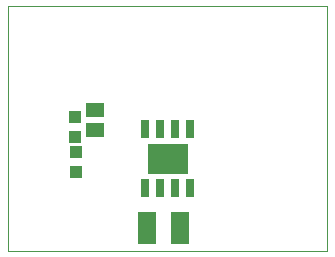
<source format=gbp>
G75*
%MOIN*%
%OFA0B0*%
%FSLAX24Y24*%
%IPPOS*%
%LPD*%
%AMOC8*
5,1,8,0,0,1.08239X$1,22.5*
%
%ADD10C,0.0000*%
%ADD11R,0.0630X0.1063*%
%ADD12R,0.0591X0.0512*%
%ADD13R,0.0316X0.0593*%
%ADD14R,0.1378X0.1024*%
%ADD15R,0.0433X0.0394*%
D10*
X000163Y000665D02*
X000163Y008814D01*
X010792Y008814D01*
X010792Y000665D01*
X000163Y000665D01*
D11*
X004789Y001417D03*
X005891Y001417D03*
D12*
X003060Y004704D03*
X003060Y005373D03*
D13*
X004729Y004722D03*
X005229Y004722D03*
X005729Y004722D03*
X006229Y004722D03*
X006229Y002755D03*
X005729Y002755D03*
X005229Y002755D03*
X004729Y002755D03*
D14*
X005481Y003740D03*
D15*
X002426Y003960D03*
X002387Y004460D03*
X002387Y005129D03*
X002426Y003291D03*
M02*

</source>
